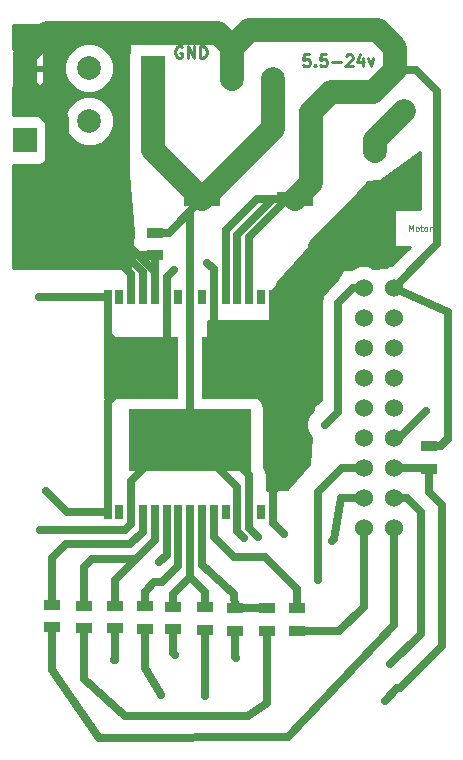
<source format=gtl>
G04 (created by PCBNEW (2013-08-24 BZR 4298)-stable) date Wed 30 Oct 2013 07:33:34 PM PDT*
%MOIN*%
G04 Gerber Fmt 3.4, Leading zero omitted, Abs format*
%FSLAX34Y34*%
G01*
G70*
G90*
G04 APERTURE LIST*
%ADD10C,0.005906*%
%ADD11C,0.004921*%
%ADD12C,0.009843*%
%ADD13C,0.078740*%
%ADD14R,0.055000X0.035000*%
%ADD15C,0.060000*%
%ADD16C,0.078700*%
%ADD17R,0.078700X0.078700*%
%ADD18R,0.124016X0.051181*%
%ADD19R,0.026378X0.051181*%
%ADD20R,0.245276X0.206693*%
%ADD21R,0.405512X0.206693*%
%ADD22C,0.019685*%
%ADD23C,0.027559*%
%ADD24C,0.027559*%
%ADD25C,0.078740*%
%ADD26C,0.010000*%
G04 APERTURE END LIST*
G54D10*
G54D11*
X65068Y-35655D02*
X65068Y-35459D01*
X65133Y-35599D01*
X65199Y-35459D01*
X65199Y-35655D01*
X65321Y-35655D02*
X65302Y-35646D01*
X65293Y-35637D01*
X65283Y-35618D01*
X65283Y-35562D01*
X65293Y-35543D01*
X65302Y-35534D01*
X65321Y-35524D01*
X65349Y-35524D01*
X65368Y-35534D01*
X65377Y-35543D01*
X65386Y-35562D01*
X65386Y-35618D01*
X65377Y-35637D01*
X65368Y-35646D01*
X65349Y-35655D01*
X65321Y-35655D01*
X65443Y-35524D02*
X65518Y-35524D01*
X65471Y-35459D02*
X65471Y-35627D01*
X65480Y-35646D01*
X65499Y-35655D01*
X65518Y-35655D01*
X65611Y-35655D02*
X65593Y-35646D01*
X65583Y-35637D01*
X65574Y-35618D01*
X65574Y-35562D01*
X65583Y-35543D01*
X65593Y-35534D01*
X65611Y-35524D01*
X65640Y-35524D01*
X65658Y-35534D01*
X65668Y-35543D01*
X65677Y-35562D01*
X65677Y-35618D01*
X65668Y-35637D01*
X65658Y-35646D01*
X65640Y-35655D01*
X65611Y-35655D01*
X65761Y-35655D02*
X65761Y-35524D01*
X65761Y-35562D02*
X65771Y-35543D01*
X65780Y-35534D01*
X65799Y-35524D01*
X65818Y-35524D01*
G54D12*
X61744Y-29768D02*
X61557Y-29768D01*
X61538Y-29956D01*
X61557Y-29937D01*
X61594Y-29918D01*
X61688Y-29918D01*
X61725Y-29937D01*
X61744Y-29956D01*
X61763Y-29993D01*
X61763Y-30087D01*
X61744Y-30124D01*
X61725Y-30143D01*
X61688Y-30162D01*
X61594Y-30162D01*
X61557Y-30143D01*
X61538Y-30124D01*
X61932Y-30124D02*
X61950Y-30143D01*
X61932Y-30162D01*
X61913Y-30143D01*
X61932Y-30124D01*
X61932Y-30162D01*
X62307Y-29768D02*
X62119Y-29768D01*
X62100Y-29956D01*
X62119Y-29937D01*
X62157Y-29918D01*
X62250Y-29918D01*
X62288Y-29937D01*
X62307Y-29956D01*
X62325Y-29993D01*
X62325Y-30087D01*
X62307Y-30124D01*
X62288Y-30143D01*
X62250Y-30162D01*
X62157Y-30162D01*
X62119Y-30143D01*
X62100Y-30124D01*
X62494Y-30012D02*
X62794Y-30012D01*
X62963Y-29806D02*
X62982Y-29787D01*
X63019Y-29768D01*
X63113Y-29768D01*
X63150Y-29787D01*
X63169Y-29806D01*
X63188Y-29843D01*
X63188Y-29881D01*
X63169Y-29937D01*
X62944Y-30162D01*
X63188Y-30162D01*
X63525Y-29899D02*
X63525Y-30162D01*
X63431Y-29749D02*
X63338Y-30031D01*
X63581Y-30031D01*
X63694Y-29899D02*
X63788Y-30162D01*
X63881Y-29899D01*
X57495Y-29503D02*
X57457Y-29485D01*
X57401Y-29485D01*
X57345Y-29503D01*
X57307Y-29541D01*
X57289Y-29578D01*
X57270Y-29653D01*
X57270Y-29710D01*
X57289Y-29785D01*
X57307Y-29822D01*
X57345Y-29860D01*
X57401Y-29878D01*
X57439Y-29878D01*
X57495Y-29860D01*
X57514Y-29841D01*
X57514Y-29710D01*
X57439Y-29710D01*
X57682Y-29878D02*
X57682Y-29485D01*
X57907Y-29878D01*
X57907Y-29485D01*
X58095Y-29878D02*
X58095Y-29485D01*
X58188Y-29485D01*
X58245Y-29503D01*
X58282Y-29541D01*
X58301Y-29578D01*
X58320Y-29653D01*
X58320Y-29710D01*
X58301Y-29785D01*
X58282Y-29822D01*
X58245Y-29860D01*
X58188Y-29878D01*
X58095Y-29878D01*
G54D13*
X63933Y-32972D03*
X63933Y-34350D03*
X59149Y-30578D03*
X60527Y-30578D03*
G54D14*
X54244Y-48140D03*
X54244Y-48890D03*
X59275Y-48223D03*
X59275Y-48973D03*
X55251Y-48140D03*
X55251Y-48890D03*
X61326Y-48235D03*
X61326Y-48985D03*
X56255Y-48902D03*
X56255Y-48152D03*
X53165Y-48859D03*
X53165Y-48109D03*
X60326Y-48235D03*
X60326Y-48985D03*
X58255Y-48945D03*
X58255Y-48195D03*
X57212Y-48930D03*
X57212Y-48180D03*
X65720Y-43583D03*
X65720Y-42833D03*
X56614Y-35711D03*
X56614Y-36461D03*
G54D15*
X63551Y-40543D03*
X63551Y-39543D03*
X63551Y-38543D03*
X63551Y-37543D03*
X64551Y-37543D03*
X64551Y-38543D03*
X64551Y-39543D03*
X64551Y-40543D03*
X64551Y-45543D03*
X64551Y-44543D03*
X64551Y-43543D03*
X64551Y-42543D03*
X64551Y-41543D03*
X63551Y-41543D03*
X63551Y-42543D03*
X63551Y-43543D03*
X63551Y-44543D03*
X63551Y-45543D03*
G54D16*
X54401Y-31992D03*
G54D17*
X56531Y-30220D03*
X56531Y-32622D03*
X52269Y-30220D03*
X52269Y-32622D03*
G54D16*
X54401Y-30220D03*
G54D18*
X58171Y-34590D03*
X61261Y-34590D03*
G54D19*
X58165Y-37842D03*
X58559Y-37842D03*
X58952Y-37842D03*
X59346Y-37842D03*
X59740Y-37842D03*
X60133Y-37842D03*
X60527Y-37842D03*
X60527Y-45007D03*
X60133Y-45007D03*
X59740Y-45007D03*
X59346Y-45007D03*
X58952Y-45007D03*
X58559Y-45007D03*
X58165Y-45007D03*
X55015Y-45007D03*
X55409Y-45007D03*
X55803Y-45007D03*
X56196Y-45007D03*
X56590Y-45007D03*
X56984Y-45007D03*
X57377Y-45007D03*
X57771Y-45007D03*
X57771Y-37842D03*
X57377Y-37842D03*
X56984Y-37842D03*
X56590Y-37842D03*
X56196Y-37842D03*
X55803Y-37842D03*
X55409Y-37842D03*
X55015Y-37842D03*
G54D20*
X56131Y-40224D03*
X59411Y-40224D03*
G54D21*
X57771Y-42625D03*
G54D22*
X55147Y-39437D03*
X55541Y-39437D03*
X55935Y-39437D03*
X56328Y-39437D03*
X56722Y-39437D03*
X57116Y-39437D03*
X60395Y-39437D03*
X60001Y-39437D03*
X59608Y-39437D03*
X59214Y-39437D03*
X58820Y-39437D03*
X58427Y-39437D03*
X60395Y-39830D03*
X60001Y-39830D03*
X59608Y-39830D03*
X59214Y-39830D03*
X58820Y-39830D03*
X58427Y-39830D03*
X57116Y-39830D03*
X56722Y-39830D03*
X56328Y-39830D03*
X55935Y-39830D03*
X55541Y-39830D03*
X55147Y-39830D03*
X58427Y-40224D03*
X58820Y-40224D03*
X59214Y-40224D03*
X59608Y-40224D03*
X60001Y-40224D03*
X60395Y-40224D03*
X57116Y-40224D03*
X56722Y-40224D03*
X56328Y-40224D03*
X55935Y-40224D03*
X55541Y-40224D03*
X55147Y-40224D03*
X55147Y-40618D03*
X55541Y-40618D03*
X55935Y-40618D03*
X56328Y-40618D03*
X56722Y-40618D03*
X57116Y-40618D03*
X58427Y-40618D03*
X58820Y-40618D03*
X59214Y-40618D03*
X59608Y-40618D03*
X60001Y-40618D03*
X60395Y-40618D03*
X55147Y-41011D03*
X55541Y-41011D03*
X55935Y-41011D03*
X56328Y-41011D03*
X56722Y-41011D03*
X57116Y-41011D03*
X58427Y-41011D03*
X58820Y-41011D03*
X59214Y-41011D03*
X59608Y-41011D03*
X60001Y-41011D03*
X60395Y-41011D03*
X58421Y-41838D03*
X58814Y-41838D03*
X59208Y-41838D03*
X59602Y-41838D03*
X59602Y-42232D03*
X59208Y-42232D03*
X58814Y-42232D03*
X58421Y-42232D03*
X59602Y-42625D03*
X59208Y-42625D03*
X58814Y-42625D03*
X58421Y-42625D03*
X58421Y-43019D03*
X58814Y-43019D03*
X59208Y-43019D03*
X59602Y-43019D03*
X58421Y-43413D03*
X58814Y-43413D03*
X59208Y-43413D03*
X59602Y-43413D03*
X58027Y-43413D03*
X57515Y-43413D03*
X57122Y-43413D03*
X56728Y-43413D03*
X56334Y-43413D03*
X55940Y-43413D03*
X58027Y-43019D03*
X57515Y-43019D03*
X57122Y-43019D03*
X56728Y-43019D03*
X56334Y-43019D03*
X55940Y-43019D03*
X55940Y-42625D03*
X56334Y-42625D03*
X56728Y-42625D03*
X57122Y-42625D03*
X57515Y-42625D03*
X58027Y-42625D03*
X55940Y-42232D03*
X56334Y-42232D03*
X56728Y-42232D03*
X57122Y-42232D03*
X57515Y-42232D03*
X58027Y-42232D03*
X58027Y-41838D03*
X57515Y-41838D03*
X57122Y-41838D03*
X56728Y-41838D03*
X56334Y-41838D03*
X55940Y-41838D03*
G54D23*
X54240Y-50070D03*
X62263Y-42106D03*
X65625Y-41649D03*
X56728Y-46700D03*
X53251Y-35803D03*
X66350Y-41330D03*
X57267Y-49787D03*
X64901Y-31649D03*
X58279Y-51149D03*
X64263Y-51303D03*
X56803Y-51106D03*
X64429Y-50090D03*
X62503Y-45976D03*
X55244Y-49948D03*
X59311Y-49889D03*
X62023Y-47295D03*
G54D24*
X60326Y-48985D02*
X60326Y-51370D01*
X54240Y-50590D02*
X54240Y-50070D01*
X55582Y-51822D02*
X54240Y-50590D01*
X59700Y-51822D02*
X55582Y-51822D01*
X60326Y-51370D02*
X59700Y-51822D01*
X62700Y-40125D02*
X62700Y-38047D01*
X54244Y-50066D02*
X54240Y-50070D01*
X62263Y-42106D02*
X62700Y-41669D01*
X62700Y-41669D02*
X62700Y-40125D01*
X54244Y-48890D02*
X54244Y-50066D01*
X63204Y-37543D02*
X63551Y-37543D01*
X62700Y-38047D02*
X63204Y-37543D01*
X58255Y-48195D02*
X58255Y-47685D01*
X58255Y-47685D02*
X57771Y-47200D01*
X57771Y-45007D02*
X57771Y-47200D01*
X57212Y-47759D02*
X57212Y-48180D01*
X57771Y-47200D02*
X57212Y-47759D01*
X56984Y-46444D02*
X56728Y-46700D01*
X56984Y-45007D02*
X56984Y-46444D01*
X64732Y-42543D02*
X64551Y-42543D01*
X65625Y-41649D02*
X64732Y-42543D01*
X55251Y-48140D02*
X55251Y-47295D01*
X55251Y-47295D02*
X55956Y-46590D01*
X54244Y-48140D02*
X54244Y-46846D01*
X56590Y-45956D02*
X56590Y-45007D01*
X55956Y-46590D02*
X56590Y-45956D01*
X54500Y-46590D02*
X55956Y-46590D01*
X54244Y-46846D02*
X54500Y-46590D01*
X60326Y-48235D02*
X59287Y-48235D01*
X59287Y-48235D02*
X59275Y-48223D01*
X58165Y-45007D02*
X58161Y-46799D01*
X59238Y-47737D02*
X59275Y-48223D01*
X58161Y-46799D02*
X59238Y-47737D01*
G54D25*
X54728Y-35444D02*
X53610Y-35444D01*
X53610Y-35444D02*
X53251Y-35803D01*
G54D24*
X57212Y-48930D02*
X57212Y-49732D01*
X66119Y-42833D02*
X65720Y-42833D01*
X66366Y-42586D02*
X66119Y-42833D01*
X66366Y-41346D02*
X66366Y-42586D01*
X66350Y-41330D02*
X66366Y-41346D01*
X57212Y-49732D02*
X57267Y-49787D01*
X66366Y-42467D02*
X66366Y-42551D01*
X64551Y-37543D02*
X66366Y-38346D01*
X66366Y-42467D02*
X66366Y-38346D01*
X66083Y-42833D02*
X65720Y-42833D01*
X66366Y-42551D02*
X66083Y-42833D01*
X64610Y-30271D02*
X65307Y-30271D01*
X66011Y-36082D02*
X64551Y-37543D01*
X66011Y-30976D02*
X66011Y-36082D01*
X65307Y-30271D02*
X66011Y-30976D01*
G54D25*
X59149Y-29503D02*
X59185Y-29503D01*
X61811Y-34041D02*
X61261Y-34590D01*
X61811Y-31673D02*
X61811Y-34041D01*
X62472Y-31011D02*
X61811Y-31673D01*
X63870Y-31011D02*
X62472Y-31011D01*
X64610Y-30271D02*
X63870Y-31011D01*
X64610Y-29539D02*
X64610Y-30271D01*
X64015Y-28944D02*
X64610Y-29539D01*
X59744Y-28944D02*
X64015Y-28944D01*
X59185Y-29503D02*
X59744Y-28944D01*
G54D24*
X56590Y-37000D02*
X56578Y-37000D01*
X54728Y-35149D02*
X54728Y-35444D01*
X54728Y-35444D02*
X54728Y-35511D01*
X56578Y-37000D02*
X54728Y-35149D01*
X55405Y-36188D02*
X55405Y-36696D01*
X55803Y-37094D02*
X55803Y-37842D01*
X55405Y-36696D02*
X55803Y-37094D01*
X55405Y-36188D02*
X55405Y-36224D01*
X56196Y-37015D02*
X56196Y-37842D01*
X55405Y-36224D02*
X56196Y-37015D01*
X55405Y-36259D02*
X55405Y-36366D01*
G54D25*
X52269Y-30848D02*
X53338Y-31917D01*
X52269Y-30220D02*
X52269Y-30848D01*
X53338Y-34122D02*
X54728Y-35511D01*
X53338Y-31917D02*
X53338Y-34122D01*
X54728Y-35511D02*
X55405Y-36188D01*
X55405Y-36188D02*
X55405Y-36259D01*
G54D24*
X55500Y-36461D02*
X56614Y-36461D01*
X55405Y-36366D02*
X55500Y-36461D01*
G54D25*
X59149Y-30578D02*
X59149Y-29503D01*
X52269Y-29773D02*
X52269Y-30220D01*
X52992Y-29051D02*
X52269Y-29773D01*
X58696Y-29051D02*
X52992Y-29051D01*
X59149Y-29503D02*
X58696Y-29051D01*
G54D24*
X56590Y-37842D02*
X56590Y-37000D01*
X56590Y-37000D02*
X56590Y-36485D01*
X56590Y-36485D02*
X56614Y-36461D01*
X61261Y-34590D02*
X59988Y-34590D01*
X59988Y-34590D02*
X58952Y-35625D01*
X58952Y-35625D02*
X58952Y-37842D01*
X59346Y-37842D02*
X59346Y-35791D01*
X59346Y-35791D02*
X60547Y-34590D01*
X60547Y-34590D02*
X61261Y-34590D01*
X61261Y-34590D02*
X61000Y-34590D01*
X61000Y-34590D02*
X59740Y-35850D01*
X59740Y-35850D02*
X59740Y-37842D01*
X61326Y-48235D02*
X61326Y-47586D01*
X58559Y-45838D02*
X58559Y-45007D01*
X59236Y-46515D02*
X58559Y-45838D01*
X60255Y-46515D02*
X59236Y-46515D01*
X61326Y-47586D02*
X60255Y-46515D01*
X56196Y-45007D02*
X56196Y-45681D01*
X53165Y-46562D02*
X53165Y-48109D01*
X53629Y-46098D02*
X53165Y-46562D01*
X55779Y-46098D02*
X53629Y-46098D01*
X56196Y-45681D02*
X55779Y-46098D01*
X53165Y-47688D02*
X53165Y-48109D01*
X56984Y-37842D02*
X56984Y-37181D01*
X56984Y-37181D02*
X57224Y-36940D01*
X55015Y-37842D02*
X52748Y-37842D01*
X52748Y-37842D02*
X52740Y-37850D01*
X55015Y-45007D02*
X53669Y-45007D01*
X53669Y-45007D02*
X52980Y-44318D01*
G54D25*
X63933Y-32618D02*
X63933Y-32972D01*
X64901Y-31649D02*
X63933Y-32618D01*
G54D24*
X56984Y-37842D02*
X56984Y-39372D01*
X56984Y-39372D02*
X56131Y-40224D01*
X55015Y-37842D02*
X55015Y-39108D01*
X55015Y-39108D02*
X56131Y-40224D01*
X55015Y-45007D02*
X55015Y-41340D01*
X55015Y-41340D02*
X56131Y-40224D01*
X58559Y-37842D02*
X58559Y-36929D01*
X58559Y-36929D02*
X58338Y-36708D01*
X60527Y-45007D02*
X60527Y-45385D01*
X60527Y-45385D02*
X60901Y-45759D01*
G54D25*
X59411Y-40224D02*
X59933Y-40224D01*
X59933Y-40224D02*
X61822Y-37458D01*
X61822Y-37458D02*
X62098Y-36185D01*
X62098Y-36185D02*
X63933Y-34350D01*
G54D24*
X60527Y-37842D02*
X60527Y-37755D01*
X60527Y-37755D02*
X63933Y-34350D01*
X60527Y-45007D02*
X60527Y-41340D01*
X60527Y-41340D02*
X59411Y-40224D01*
X60527Y-37842D02*
X60527Y-39108D01*
X60527Y-39108D02*
X59411Y-40224D01*
X58559Y-37842D02*
X58559Y-39372D01*
X58559Y-39372D02*
X59411Y-40224D01*
X64751Y-50889D02*
X64677Y-50889D01*
X65720Y-44362D02*
X66149Y-44791D01*
X66149Y-44791D02*
X66149Y-49492D01*
X66149Y-49492D02*
X64751Y-50889D01*
X65720Y-43583D02*
X65720Y-44362D01*
X58255Y-51125D02*
X58255Y-48945D01*
X58279Y-51149D02*
X58255Y-51125D01*
X64677Y-50889D02*
X64263Y-51303D01*
X64551Y-43543D02*
X65680Y-43543D01*
X65680Y-43543D02*
X65720Y-43583D01*
X64551Y-45543D02*
X64551Y-48787D01*
X53165Y-50283D02*
X53165Y-48859D01*
X54726Y-52544D02*
X53165Y-50283D01*
X61027Y-52506D02*
X54726Y-52544D01*
X64551Y-48787D02*
X61027Y-52506D01*
X61326Y-48985D02*
X62735Y-48985D01*
X63551Y-48169D02*
X63551Y-45543D01*
X62735Y-48985D02*
X63551Y-48169D01*
X64551Y-44543D02*
X65003Y-44543D01*
X56759Y-51062D02*
X56255Y-50224D01*
X56255Y-50224D02*
X56255Y-48902D01*
X56803Y-51106D02*
X56759Y-51062D01*
X65472Y-49082D02*
X64429Y-50090D01*
X65472Y-45011D02*
X65472Y-49082D01*
X65003Y-44543D02*
X65472Y-45011D01*
X55251Y-48890D02*
X55251Y-49940D01*
X62555Y-45925D02*
X62803Y-44543D01*
X62803Y-44543D02*
X63551Y-44543D01*
X62503Y-45976D02*
X62555Y-45925D01*
X55251Y-49940D02*
X55244Y-49948D01*
X63551Y-43543D02*
X62822Y-43543D01*
X59275Y-49854D02*
X59275Y-48973D01*
X59311Y-49889D02*
X59275Y-49854D01*
X62023Y-44342D02*
X62023Y-47295D01*
X62822Y-43543D02*
X62023Y-44342D01*
X57377Y-45007D02*
X57377Y-46814D01*
X56255Y-47673D02*
X56255Y-48152D01*
X56570Y-47358D02*
X56255Y-47673D01*
X56834Y-47358D02*
X56570Y-47358D01*
X57377Y-46814D02*
X56834Y-47358D01*
X55803Y-45007D02*
X55803Y-45405D01*
X55586Y-45622D02*
X52779Y-45622D01*
X55803Y-45405D02*
X55586Y-45622D01*
X59740Y-45007D02*
X59740Y-45559D01*
X59740Y-45559D02*
X60019Y-45838D01*
X59346Y-45007D02*
X59346Y-45657D01*
X59346Y-45657D02*
X59570Y-45881D01*
X57771Y-37842D02*
X57771Y-34990D01*
X57771Y-34990D02*
X58171Y-34590D01*
X56614Y-35711D02*
X57050Y-35711D01*
X57050Y-35711D02*
X58171Y-34590D01*
X57771Y-37842D02*
X57771Y-42625D01*
X59740Y-45007D02*
X59740Y-43799D01*
X59740Y-43799D02*
X58566Y-42625D01*
X58566Y-42625D02*
X57771Y-42625D01*
X59346Y-45007D02*
X59346Y-44200D01*
X59346Y-44200D02*
X57771Y-42625D01*
X55803Y-45007D02*
X55803Y-43980D01*
X55803Y-43980D02*
X57157Y-42625D01*
X57157Y-42625D02*
X57771Y-42625D01*
G54D25*
X58171Y-34590D02*
X58181Y-34590D01*
X60527Y-32244D02*
X60527Y-30578D01*
X58181Y-34590D02*
X60527Y-32244D01*
X56531Y-32622D02*
X56531Y-32950D01*
X56531Y-32950D02*
X58171Y-34590D01*
X56531Y-30220D02*
X56531Y-32622D01*
G54D10*
G36*
X65430Y-34911D02*
X64553Y-34911D01*
X64553Y-36173D01*
X65099Y-36173D01*
X64472Y-36799D01*
X64403Y-36799D01*
X64294Y-36844D01*
X63870Y-36870D01*
X63699Y-36799D01*
X63403Y-36799D01*
X63130Y-36912D01*
X63126Y-36916D01*
X62868Y-36932D01*
X62675Y-37250D01*
X62289Y-37636D01*
X62163Y-37824D01*
X62119Y-38047D01*
X62119Y-40125D01*
X62119Y-41285D01*
X61872Y-41478D01*
X61862Y-41632D01*
X61739Y-41755D01*
X61645Y-41982D01*
X61644Y-42228D01*
X61738Y-42456D01*
X61803Y-42520D01*
X61742Y-43428D01*
X60996Y-44261D01*
X60321Y-44273D01*
X60321Y-43799D01*
X60277Y-43576D01*
X60277Y-43576D01*
X60242Y-43525D01*
X60242Y-43525D01*
X60242Y-41504D01*
X60175Y-41341D01*
X60050Y-41216D01*
X59887Y-41148D01*
X59710Y-41148D01*
X58353Y-41148D01*
X58353Y-38660D01*
X60480Y-38660D01*
X60490Y-38485D01*
X60517Y-38474D01*
X60641Y-38349D01*
X60709Y-38186D01*
X60709Y-38010D01*
X60709Y-37498D01*
X60662Y-37384D01*
X63714Y-34034D01*
X64082Y-33972D01*
X65430Y-33013D01*
X65430Y-34911D01*
X65430Y-34911D01*
G37*
G54D26*
X65430Y-34911D02*
X64553Y-34911D01*
X64553Y-36173D01*
X65099Y-36173D01*
X64472Y-36799D01*
X64403Y-36799D01*
X64294Y-36844D01*
X63870Y-36870D01*
X63699Y-36799D01*
X63403Y-36799D01*
X63130Y-36912D01*
X63126Y-36916D01*
X62868Y-36932D01*
X62675Y-37250D01*
X62289Y-37636D01*
X62163Y-37824D01*
X62119Y-38047D01*
X62119Y-40125D01*
X62119Y-41285D01*
X61872Y-41478D01*
X61862Y-41632D01*
X61739Y-41755D01*
X61645Y-41982D01*
X61644Y-42228D01*
X61738Y-42456D01*
X61803Y-42520D01*
X61742Y-43428D01*
X60996Y-44261D01*
X60321Y-44273D01*
X60321Y-43799D01*
X60277Y-43576D01*
X60277Y-43576D01*
X60242Y-43525D01*
X60242Y-43525D01*
X60242Y-41504D01*
X60175Y-41341D01*
X60050Y-41216D01*
X59887Y-41148D01*
X59710Y-41148D01*
X58353Y-41148D01*
X58353Y-38660D01*
X60480Y-38660D01*
X60490Y-38485D01*
X60517Y-38474D01*
X60641Y-38349D01*
X60709Y-38186D01*
X60709Y-38010D01*
X60709Y-37498D01*
X60662Y-37384D01*
X63714Y-34034D01*
X64082Y-33972D01*
X65430Y-33013D01*
X65430Y-34911D01*
G54D10*
G36*
X55875Y-35685D02*
X55769Y-36886D01*
X55238Y-36885D01*
X55238Y-31826D01*
X55238Y-30054D01*
X55111Y-29746D01*
X54876Y-29511D01*
X54568Y-29383D01*
X54235Y-29383D01*
X53927Y-29510D01*
X53692Y-29745D01*
X53564Y-30053D01*
X53564Y-30386D01*
X53691Y-30694D01*
X53926Y-30929D01*
X54234Y-31057D01*
X54567Y-31057D01*
X54875Y-30930D01*
X55110Y-30695D01*
X55238Y-30387D01*
X55238Y-30054D01*
X55238Y-31826D01*
X55111Y-31518D01*
X54876Y-31283D01*
X54568Y-31155D01*
X54235Y-31155D01*
X53927Y-31282D01*
X53692Y-31517D01*
X53564Y-31825D01*
X53564Y-32158D01*
X53691Y-32466D01*
X53926Y-32701D01*
X54234Y-32829D01*
X54567Y-32829D01*
X54875Y-32702D01*
X55110Y-32467D01*
X55238Y-32159D01*
X55238Y-31826D01*
X55238Y-36885D01*
X51872Y-36875D01*
X51862Y-33459D01*
X51964Y-33459D01*
X52751Y-33459D01*
X52914Y-33392D01*
X53039Y-33267D01*
X53106Y-33104D01*
X53106Y-32927D01*
X53106Y-32140D01*
X53039Y-31977D01*
X52914Y-31852D01*
X52913Y-31852D01*
X52913Y-30663D01*
X52913Y-30332D01*
X52913Y-30107D01*
X52913Y-29777D01*
X52875Y-29685D01*
X52804Y-29614D01*
X52712Y-29576D01*
X52613Y-29576D01*
X52382Y-29576D01*
X52319Y-29639D01*
X52319Y-30170D01*
X52850Y-30170D01*
X52913Y-30107D01*
X52913Y-30332D01*
X52850Y-30270D01*
X52319Y-30270D01*
X52319Y-30801D01*
X52382Y-30863D01*
X52613Y-30863D01*
X52712Y-30863D01*
X52804Y-30825D01*
X52875Y-30755D01*
X52913Y-30663D01*
X52913Y-31852D01*
X52751Y-31785D01*
X52574Y-31785D01*
X51858Y-31785D01*
X51855Y-30863D01*
X51925Y-30863D01*
X52157Y-30863D01*
X52219Y-30801D01*
X52219Y-30270D01*
X52211Y-30270D01*
X52211Y-30170D01*
X52219Y-30170D01*
X52219Y-29639D01*
X52157Y-29576D01*
X51925Y-29576D01*
X51851Y-29576D01*
X51849Y-28785D01*
X55721Y-28747D01*
X55718Y-29680D01*
X55694Y-29738D01*
X55694Y-29915D01*
X55694Y-30219D01*
X55694Y-30220D01*
X55694Y-32622D01*
X55694Y-32950D01*
X55694Y-32951D01*
X55694Y-33104D01*
X55707Y-33136D01*
X55705Y-33742D01*
X55875Y-35685D01*
X55875Y-35685D01*
G37*
G54D26*
X55875Y-35685D02*
X55769Y-36886D01*
X55238Y-36885D01*
X55238Y-31826D01*
X55238Y-30054D01*
X55111Y-29746D01*
X54876Y-29511D01*
X54568Y-29383D01*
X54235Y-29383D01*
X53927Y-29510D01*
X53692Y-29745D01*
X53564Y-30053D01*
X53564Y-30386D01*
X53691Y-30694D01*
X53926Y-30929D01*
X54234Y-31057D01*
X54567Y-31057D01*
X54875Y-30930D01*
X55110Y-30695D01*
X55238Y-30387D01*
X55238Y-30054D01*
X55238Y-31826D01*
X55111Y-31518D01*
X54876Y-31283D01*
X54568Y-31155D01*
X54235Y-31155D01*
X53927Y-31282D01*
X53692Y-31517D01*
X53564Y-31825D01*
X53564Y-32158D01*
X53691Y-32466D01*
X53926Y-32701D01*
X54234Y-32829D01*
X54567Y-32829D01*
X54875Y-32702D01*
X55110Y-32467D01*
X55238Y-32159D01*
X55238Y-31826D01*
X55238Y-36885D01*
X51872Y-36875D01*
X51862Y-33459D01*
X51964Y-33459D01*
X52751Y-33459D01*
X52914Y-33392D01*
X53039Y-33267D01*
X53106Y-33104D01*
X53106Y-32927D01*
X53106Y-32140D01*
X53039Y-31977D01*
X52914Y-31852D01*
X52913Y-31852D01*
X52913Y-30663D01*
X52913Y-30332D01*
X52913Y-30107D01*
X52913Y-29777D01*
X52875Y-29685D01*
X52804Y-29614D01*
X52712Y-29576D01*
X52613Y-29576D01*
X52382Y-29576D01*
X52319Y-29639D01*
X52319Y-30170D01*
X52850Y-30170D01*
X52913Y-30107D01*
X52913Y-30332D01*
X52850Y-30270D01*
X52319Y-30270D01*
X52319Y-30801D01*
X52382Y-30863D01*
X52613Y-30863D01*
X52712Y-30863D01*
X52804Y-30825D01*
X52875Y-30755D01*
X52913Y-30663D01*
X52913Y-31852D01*
X52751Y-31785D01*
X52574Y-31785D01*
X51858Y-31785D01*
X51855Y-30863D01*
X51925Y-30863D01*
X52157Y-30863D01*
X52219Y-30801D01*
X52219Y-30270D01*
X52211Y-30270D01*
X52211Y-30170D01*
X52219Y-30170D01*
X52219Y-29639D01*
X52157Y-29576D01*
X51925Y-29576D01*
X51851Y-29576D01*
X51849Y-28785D01*
X55721Y-28747D01*
X55718Y-29680D01*
X55694Y-29738D01*
X55694Y-29915D01*
X55694Y-30219D01*
X55694Y-30220D01*
X55694Y-32622D01*
X55694Y-32950D01*
X55694Y-32951D01*
X55694Y-33104D01*
X55707Y-33136D01*
X55705Y-33742D01*
X55875Y-35685D01*
M02*

</source>
